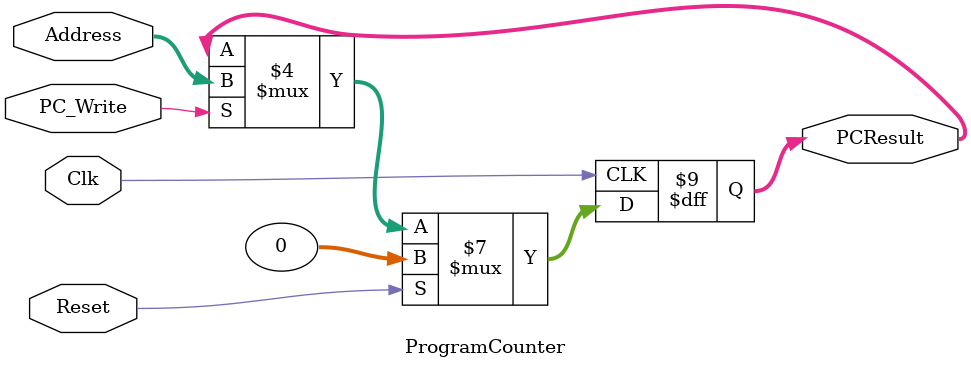
<source format=v>
`timescale 1ns / 1ps


module ProgramCounter(Address, PCResult, PC_Write, Reset, Clk); //ADDED SIGNAL

	input [31:0] Address;
	input PC_Write;
	input Reset, Clk;

	output reg [31:0] PCResult;

    always @(posedge Clk) begin
	  if (Reset == 1)
	  	PCResult <= 0;
	  else if (PC_Write == 1)
	  	PCResult <= Address;
		else
begin
	end
end
endmodule


</source>
